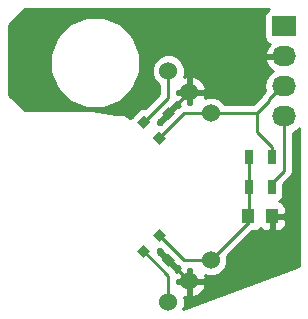
<source format=gbr>
G04 #@! TF.FileFunction,Copper,L1,Top,Signal*
%FSLAX46Y46*%
G04 Gerber Fmt 4.6, Leading zero omitted, Abs format (unit mm)*
G04 Created by KiCad (PCBNEW 4.0.4+dfsg1-stable) date Thu Feb  9 13:36:58 2017*
%MOMM*%
%LPD*%
G01*
G04 APERTURE LIST*
%ADD10C,0.100000*%
%ADD11R,1.000000X1.250000*%
%ADD12R,2.032000X1.727200*%
%ADD13O,2.032000X1.727200*%
%ADD14R,0.700000X1.300000*%
%ADD15C,1.524000*%
%ADD16C,0.250000*%
%ADD17C,0.254000*%
G04 APERTURE END LIST*
D10*
D11*
X130000000Y-79000000D03*
X132000000Y-79000000D03*
D12*
X133000000Y-62920000D03*
D13*
X133000000Y-65460000D03*
X133000000Y-68000000D03*
X133000000Y-70540000D03*
D14*
X130050000Y-76500000D03*
X131950000Y-76500000D03*
X130050000Y-74000000D03*
X131950000Y-74000000D03*
D10*
G36*
X120554848Y-71035893D02*
X121120604Y-70470137D01*
X121686360Y-71035893D01*
X121120604Y-71601649D01*
X120554848Y-71035893D01*
X120554848Y-71035893D01*
G37*
G36*
X121898351Y-72379396D02*
X122464107Y-71813640D01*
X123029863Y-72379396D01*
X122464107Y-72945152D01*
X121898351Y-72379396D01*
X121898351Y-72379396D01*
G37*
G36*
X122640092Y-70294152D02*
X123205848Y-69728396D01*
X123771604Y-70294152D01*
X123205848Y-70859908D01*
X122640092Y-70294152D01*
X122640092Y-70294152D01*
G37*
G36*
X122464107Y-80054848D02*
X123029863Y-80620604D01*
X122464107Y-81186360D01*
X121898351Y-80620604D01*
X122464107Y-80054848D01*
X122464107Y-80054848D01*
G37*
G36*
X121120604Y-81398351D02*
X121686360Y-81964107D01*
X121120604Y-82529863D01*
X120554848Y-81964107D01*
X121120604Y-81398351D01*
X121120604Y-81398351D01*
G37*
G36*
X123205848Y-82140092D02*
X123771604Y-82705848D01*
X123205848Y-83271604D01*
X122640092Y-82705848D01*
X123205848Y-82140092D01*
X123205848Y-82140092D01*
G37*
D15*
X125000000Y-84500000D03*
X123203949Y-86296051D03*
X126796051Y-82703949D03*
X125000000Y-68500000D03*
X126796051Y-70296051D03*
X123203949Y-66703949D03*
D16*
X130050000Y-74000000D02*
X130050000Y-76500000D01*
X126796051Y-82703949D02*
X130050000Y-79450000D01*
X130050000Y-79450000D02*
X130050000Y-76500000D01*
X126796051Y-82703949D02*
X124547452Y-82703949D01*
X124547452Y-82703949D02*
X122464107Y-80620604D01*
X123203949Y-66703949D02*
X123203949Y-68952548D01*
X123203949Y-68952548D02*
X121120604Y-71035893D01*
X125000000Y-68500000D02*
X123205848Y-70294152D01*
X125000000Y-84500000D02*
X123205848Y-82705848D01*
X131950000Y-74000000D02*
X131950000Y-73100000D01*
X131950000Y-73100000D02*
X130703949Y-71853949D01*
X130703949Y-71853949D02*
X130703949Y-70296051D01*
X126796051Y-70296051D02*
X130703949Y-70296051D01*
X130703949Y-70296051D02*
X131734000Y-69266000D01*
X131734000Y-69266000D02*
X131734000Y-69113600D01*
X131734000Y-69113600D02*
X132847600Y-68000000D01*
X132847600Y-68000000D02*
X133000000Y-68000000D01*
X126796051Y-70296051D02*
X124547452Y-70296051D01*
X124547452Y-70296051D02*
X122464107Y-72379396D01*
X131950000Y-76500000D02*
X131950000Y-76200000D01*
X131950000Y-76200000D02*
X133000000Y-75150000D01*
X133000000Y-75150000D02*
X133000000Y-71653600D01*
X133000000Y-71653600D02*
X133000000Y-70540000D01*
X123203949Y-86296051D02*
X123203949Y-84047452D01*
X123203949Y-84047452D02*
X121120604Y-81964107D01*
X132847600Y-70540000D02*
X133000000Y-70540000D01*
D17*
G36*
X134290000Y-83255302D02*
X124474305Y-86879559D01*
X124600706Y-86575151D01*
X124601191Y-86019390D01*
X124521761Y-85827154D01*
X124652631Y-85881362D01*
X124873000Y-85759231D01*
X124873000Y-84806608D01*
X124985859Y-84693749D01*
X124919110Y-84627000D01*
X125127000Y-84627000D01*
X125127000Y-85759231D01*
X125347369Y-85881362D01*
X125849551Y-85643280D01*
X126222397Y-85231144D01*
X126381362Y-84847369D01*
X126259231Y-84627000D01*
X125127000Y-84627000D01*
X124919110Y-84627000D01*
X124806251Y-84514141D01*
X124693392Y-84627000D01*
X123963949Y-84627000D01*
X123963949Y-84373000D01*
X124873000Y-84373000D01*
X124873000Y-83463949D01*
X125127000Y-83463949D01*
X125127000Y-84193392D01*
X125014141Y-84306251D01*
X125193749Y-84485859D01*
X125306608Y-84373000D01*
X126259231Y-84373000D01*
X126381362Y-84152631D01*
X126317476Y-84017877D01*
X126516951Y-84100706D01*
X127072712Y-84101191D01*
X127586354Y-83888959D01*
X127979680Y-83496319D01*
X128192808Y-82983049D01*
X128193293Y-82427288D01*
X128179908Y-82394894D01*
X130302362Y-80272440D01*
X130500000Y-80272440D01*
X130735317Y-80228162D01*
X130951441Y-80089090D01*
X130997969Y-80020994D01*
X131140302Y-80163327D01*
X131373691Y-80260000D01*
X131714250Y-80260000D01*
X131873000Y-80101250D01*
X131873000Y-79127000D01*
X132127000Y-79127000D01*
X132127000Y-80101250D01*
X132285750Y-80260000D01*
X132626309Y-80260000D01*
X132859698Y-80163327D01*
X133038327Y-79984699D01*
X133135000Y-79751310D01*
X133135000Y-79285750D01*
X132976250Y-79127000D01*
X132127000Y-79127000D01*
X131873000Y-79127000D01*
X131853000Y-79127000D01*
X131853000Y-78873000D01*
X131873000Y-78873000D01*
X131873000Y-78853000D01*
X132127000Y-78853000D01*
X132127000Y-78873000D01*
X132976250Y-78873000D01*
X133135000Y-78714250D01*
X133135000Y-78248690D01*
X133038327Y-78015301D01*
X132859698Y-77836673D01*
X132626309Y-77740000D01*
X132555771Y-77740000D01*
X132751441Y-77614090D01*
X132896431Y-77401890D01*
X132947440Y-77150000D01*
X132947440Y-76277362D01*
X133537401Y-75687401D01*
X133702148Y-75440840D01*
X133760000Y-75150000D01*
X133760000Y-71923346D01*
X134244415Y-71599670D01*
X134290000Y-71531447D01*
X134290000Y-83255302D01*
X134290000Y-83255302D01*
G37*
X134290000Y-83255302D02*
X124474305Y-86879559D01*
X124600706Y-86575151D01*
X124601191Y-86019390D01*
X124521761Y-85827154D01*
X124652631Y-85881362D01*
X124873000Y-85759231D01*
X124873000Y-84806608D01*
X124985859Y-84693749D01*
X124919110Y-84627000D01*
X125127000Y-84627000D01*
X125127000Y-85759231D01*
X125347369Y-85881362D01*
X125849551Y-85643280D01*
X126222397Y-85231144D01*
X126381362Y-84847369D01*
X126259231Y-84627000D01*
X125127000Y-84627000D01*
X124919110Y-84627000D01*
X124806251Y-84514141D01*
X124693392Y-84627000D01*
X123963949Y-84627000D01*
X123963949Y-84373000D01*
X124873000Y-84373000D01*
X124873000Y-83463949D01*
X125127000Y-83463949D01*
X125127000Y-84193392D01*
X125014141Y-84306251D01*
X125193749Y-84485859D01*
X125306608Y-84373000D01*
X126259231Y-84373000D01*
X126381362Y-84152631D01*
X126317476Y-84017877D01*
X126516951Y-84100706D01*
X127072712Y-84101191D01*
X127586354Y-83888959D01*
X127979680Y-83496319D01*
X128192808Y-82983049D01*
X128193293Y-82427288D01*
X128179908Y-82394894D01*
X130302362Y-80272440D01*
X130500000Y-80272440D01*
X130735317Y-80228162D01*
X130951441Y-80089090D01*
X130997969Y-80020994D01*
X131140302Y-80163327D01*
X131373691Y-80260000D01*
X131714250Y-80260000D01*
X131873000Y-80101250D01*
X131873000Y-79127000D01*
X132127000Y-79127000D01*
X132127000Y-80101250D01*
X132285750Y-80260000D01*
X132626309Y-80260000D01*
X132859698Y-80163327D01*
X133038327Y-79984699D01*
X133135000Y-79751310D01*
X133135000Y-79285750D01*
X132976250Y-79127000D01*
X132127000Y-79127000D01*
X131873000Y-79127000D01*
X131853000Y-79127000D01*
X131853000Y-78873000D01*
X131873000Y-78873000D01*
X131873000Y-78853000D01*
X132127000Y-78853000D01*
X132127000Y-78873000D01*
X132976250Y-78873000D01*
X133135000Y-78714250D01*
X133135000Y-78248690D01*
X133038327Y-78015301D01*
X132859698Y-77836673D01*
X132626309Y-77740000D01*
X132555771Y-77740000D01*
X132751441Y-77614090D01*
X132896431Y-77401890D01*
X132947440Y-77150000D01*
X132947440Y-76277362D01*
X133537401Y-75687401D01*
X133702148Y-75440840D01*
X133760000Y-75150000D01*
X133760000Y-71923346D01*
X134244415Y-71599670D01*
X134290000Y-71531447D01*
X134290000Y-83255302D01*
G36*
X122455163Y-81833738D02*
X122579116Y-81810415D01*
X122676013Y-81907312D01*
X122676013Y-81996408D01*
X123205848Y-82526243D01*
X123219991Y-82512101D01*
X123399596Y-82691706D01*
X123385453Y-82705848D01*
X123915288Y-83235683D01*
X124004384Y-83235683D01*
X124010051Y-83241350D01*
X124169323Y-83347772D01*
X124150449Y-83356720D01*
X123856215Y-83681960D01*
X123741350Y-83510051D01*
X123735683Y-83504384D01*
X123735683Y-83415288D01*
X123205848Y-82885453D01*
X123191706Y-82899596D01*
X123012101Y-82719991D01*
X123026243Y-82705848D01*
X122496408Y-82176013D01*
X122407312Y-82176013D01*
X122310673Y-82079374D01*
X122333738Y-81973051D01*
X122301242Y-81800348D01*
X122455163Y-81833738D01*
X122455163Y-81833738D01*
G37*
X122455163Y-81833738D02*
X122579116Y-81810415D01*
X122676013Y-81907312D01*
X122676013Y-81996408D01*
X123205848Y-82526243D01*
X123219991Y-82512101D01*
X123399596Y-82691706D01*
X123385453Y-82705848D01*
X123915288Y-83235683D01*
X124004384Y-83235683D01*
X124010051Y-83241350D01*
X124169323Y-83347772D01*
X124150449Y-83356720D01*
X123856215Y-83681960D01*
X123741350Y-83510051D01*
X123735683Y-83504384D01*
X123735683Y-83415288D01*
X123205848Y-82885453D01*
X123191706Y-82899596D01*
X123012101Y-82719991D01*
X123026243Y-82705848D01*
X122496408Y-82176013D01*
X122407312Y-82176013D01*
X122310673Y-82079374D01*
X122333738Y-81973051D01*
X122301242Y-81800348D01*
X122455163Y-81833738D01*
G36*
X123856720Y-69349551D02*
X124181960Y-69643785D01*
X124010051Y-69758650D01*
X124004384Y-69764317D01*
X123915288Y-69764317D01*
X123385453Y-70294152D01*
X123399596Y-70308295D01*
X123219991Y-70487900D01*
X123205848Y-70473757D01*
X122676013Y-71003592D01*
X122676013Y-71092688D01*
X122579374Y-71189327D01*
X122473051Y-71166262D01*
X122300348Y-71198758D01*
X122333738Y-71044837D01*
X122310415Y-70920884D01*
X122407312Y-70823987D01*
X122496408Y-70823987D01*
X123026243Y-70294152D01*
X123012101Y-70280010D01*
X123191706Y-70100405D01*
X123205848Y-70114547D01*
X123735683Y-69584712D01*
X123735683Y-69495616D01*
X123741350Y-69489949D01*
X123847772Y-69330677D01*
X123856720Y-69349551D01*
X123856720Y-69349551D01*
G37*
X123856720Y-69349551D02*
X124181960Y-69643785D01*
X124010051Y-69758650D01*
X124004384Y-69764317D01*
X123915288Y-69764317D01*
X123385453Y-70294152D01*
X123399596Y-70308295D01*
X123219991Y-70487900D01*
X123205848Y-70473757D01*
X122676013Y-71003592D01*
X122676013Y-71092688D01*
X122579374Y-71189327D01*
X122473051Y-71166262D01*
X122300348Y-71198758D01*
X122333738Y-71044837D01*
X122310415Y-70920884D01*
X122407312Y-70823987D01*
X122496408Y-70823987D01*
X123026243Y-70294152D01*
X123012101Y-70280010D01*
X123191706Y-70100405D01*
X123205848Y-70114547D01*
X123735683Y-69584712D01*
X123735683Y-69495616D01*
X123741350Y-69489949D01*
X123847772Y-69330677D01*
X123856720Y-69349551D01*
G36*
X131532559Y-61592310D02*
X131387569Y-61804510D01*
X131336560Y-62056400D01*
X131336560Y-63783600D01*
X131380838Y-64018917D01*
X131519910Y-64235041D01*
X131732110Y-64380031D01*
X131826927Y-64399232D01*
X131649268Y-64557964D01*
X131395291Y-65085209D01*
X131392642Y-65100974D01*
X131513783Y-65333000D01*
X132873000Y-65333000D01*
X132873000Y-65313000D01*
X133127000Y-65313000D01*
X133127000Y-65333000D01*
X133147000Y-65333000D01*
X133147000Y-65587000D01*
X133127000Y-65587000D01*
X133127000Y-65607000D01*
X132873000Y-65607000D01*
X132873000Y-65587000D01*
X131513783Y-65587000D01*
X131392642Y-65819026D01*
X131395291Y-65834791D01*
X131649268Y-66362036D01*
X132065069Y-66733539D01*
X131755585Y-66940330D01*
X131430729Y-67426511D01*
X131316655Y-68000000D01*
X131392334Y-68380464D01*
X131196599Y-68576199D01*
X131031852Y-68822761D01*
X131014325Y-68910873D01*
X130389147Y-69536051D01*
X127993582Y-69536051D01*
X127981061Y-69505748D01*
X127588421Y-69112422D01*
X127075151Y-68899294D01*
X126519390Y-68898809D01*
X126327154Y-68978239D01*
X126381362Y-68847369D01*
X126259231Y-68627000D01*
X125306608Y-68627000D01*
X125193749Y-68514141D01*
X125014141Y-68693749D01*
X125127000Y-68806608D01*
X125127000Y-69536051D01*
X124873000Y-69536051D01*
X124873000Y-68627000D01*
X123963949Y-68627000D01*
X123963949Y-68373000D01*
X124693392Y-68373000D01*
X124806251Y-68485859D01*
X124985859Y-68306251D01*
X124873000Y-68193392D01*
X124873000Y-67240769D01*
X125127000Y-67240769D01*
X125127000Y-68373000D01*
X126259231Y-68373000D01*
X126381362Y-68152631D01*
X126143280Y-67650449D01*
X125731144Y-67277603D01*
X125347369Y-67118638D01*
X125127000Y-67240769D01*
X124873000Y-67240769D01*
X124652631Y-67118638D01*
X124517877Y-67182524D01*
X124600706Y-66983049D01*
X124601191Y-66427288D01*
X124388959Y-65913646D01*
X123996319Y-65520320D01*
X123483049Y-65307192D01*
X122927288Y-65306707D01*
X122413646Y-65518939D01*
X122020320Y-65911579D01*
X121807192Y-66424849D01*
X121806707Y-66980610D01*
X122018939Y-67494252D01*
X122411579Y-67887578D01*
X122443949Y-67901019D01*
X122443949Y-68637746D01*
X121235871Y-69845824D01*
X121129548Y-69822759D01*
X120876977Y-69870283D01*
X120662795Y-70012328D01*
X120097039Y-70578084D01*
X120001742Y-70717556D01*
X119576200Y-70398400D01*
X119530668Y-70376759D01*
X119500000Y-70373000D01*
X118744034Y-70373000D01*
X117138514Y-70053642D01*
X117068584Y-70053642D01*
X117000000Y-70040000D01*
X111044092Y-70040000D01*
X109710000Y-68705908D01*
X109710000Y-66759482D01*
X113164336Y-66759482D01*
X113746950Y-68169515D01*
X114824811Y-69249259D01*
X116233825Y-69834333D01*
X117759482Y-69835664D01*
X119169515Y-69253050D01*
X120249259Y-68175189D01*
X120834333Y-66766175D01*
X120835664Y-65240518D01*
X120253050Y-63830485D01*
X119175189Y-62750741D01*
X117766175Y-62165667D01*
X116240518Y-62164336D01*
X114830485Y-62746950D01*
X113750741Y-63824811D01*
X113165667Y-65233825D01*
X113164336Y-66759482D01*
X109710000Y-66759482D01*
X109710000Y-62794092D01*
X111044092Y-61460000D01*
X131738175Y-61460000D01*
X131532559Y-61592310D01*
X131532559Y-61592310D01*
G37*
X131532559Y-61592310D02*
X131387569Y-61804510D01*
X131336560Y-62056400D01*
X131336560Y-63783600D01*
X131380838Y-64018917D01*
X131519910Y-64235041D01*
X131732110Y-64380031D01*
X131826927Y-64399232D01*
X131649268Y-64557964D01*
X131395291Y-65085209D01*
X131392642Y-65100974D01*
X131513783Y-65333000D01*
X132873000Y-65333000D01*
X132873000Y-65313000D01*
X133127000Y-65313000D01*
X133127000Y-65333000D01*
X133147000Y-65333000D01*
X133147000Y-65587000D01*
X133127000Y-65587000D01*
X133127000Y-65607000D01*
X132873000Y-65607000D01*
X132873000Y-65587000D01*
X131513783Y-65587000D01*
X131392642Y-65819026D01*
X131395291Y-65834791D01*
X131649268Y-66362036D01*
X132065069Y-66733539D01*
X131755585Y-66940330D01*
X131430729Y-67426511D01*
X131316655Y-68000000D01*
X131392334Y-68380464D01*
X131196599Y-68576199D01*
X131031852Y-68822761D01*
X131014325Y-68910873D01*
X130389147Y-69536051D01*
X127993582Y-69536051D01*
X127981061Y-69505748D01*
X127588421Y-69112422D01*
X127075151Y-68899294D01*
X126519390Y-68898809D01*
X126327154Y-68978239D01*
X126381362Y-68847369D01*
X126259231Y-68627000D01*
X125306608Y-68627000D01*
X125193749Y-68514141D01*
X125014141Y-68693749D01*
X125127000Y-68806608D01*
X125127000Y-69536051D01*
X124873000Y-69536051D01*
X124873000Y-68627000D01*
X123963949Y-68627000D01*
X123963949Y-68373000D01*
X124693392Y-68373000D01*
X124806251Y-68485859D01*
X124985859Y-68306251D01*
X124873000Y-68193392D01*
X124873000Y-67240769D01*
X125127000Y-67240769D01*
X125127000Y-68373000D01*
X126259231Y-68373000D01*
X126381362Y-68152631D01*
X126143280Y-67650449D01*
X125731144Y-67277603D01*
X125347369Y-67118638D01*
X125127000Y-67240769D01*
X124873000Y-67240769D01*
X124652631Y-67118638D01*
X124517877Y-67182524D01*
X124600706Y-66983049D01*
X124601191Y-66427288D01*
X124388959Y-65913646D01*
X123996319Y-65520320D01*
X123483049Y-65307192D01*
X122927288Y-65306707D01*
X122413646Y-65518939D01*
X122020320Y-65911579D01*
X121807192Y-66424849D01*
X121806707Y-66980610D01*
X122018939Y-67494252D01*
X122411579Y-67887578D01*
X122443949Y-67901019D01*
X122443949Y-68637746D01*
X121235871Y-69845824D01*
X121129548Y-69822759D01*
X120876977Y-69870283D01*
X120662795Y-70012328D01*
X120097039Y-70578084D01*
X120001742Y-70717556D01*
X119576200Y-70398400D01*
X119530668Y-70376759D01*
X119500000Y-70373000D01*
X118744034Y-70373000D01*
X117138514Y-70053642D01*
X117068584Y-70053642D01*
X117000000Y-70040000D01*
X111044092Y-70040000D01*
X109710000Y-68705908D01*
X109710000Y-66759482D01*
X113164336Y-66759482D01*
X113746950Y-68169515D01*
X114824811Y-69249259D01*
X116233825Y-69834333D01*
X117759482Y-69835664D01*
X119169515Y-69253050D01*
X120249259Y-68175189D01*
X120834333Y-66766175D01*
X120835664Y-65240518D01*
X120253050Y-63830485D01*
X119175189Y-62750741D01*
X117766175Y-62165667D01*
X116240518Y-62164336D01*
X114830485Y-62746950D01*
X113750741Y-63824811D01*
X113165667Y-65233825D01*
X113164336Y-66759482D01*
X109710000Y-66759482D01*
X109710000Y-62794092D01*
X111044092Y-61460000D01*
X131738175Y-61460000D01*
X131532559Y-61592310D01*
M02*

</source>
